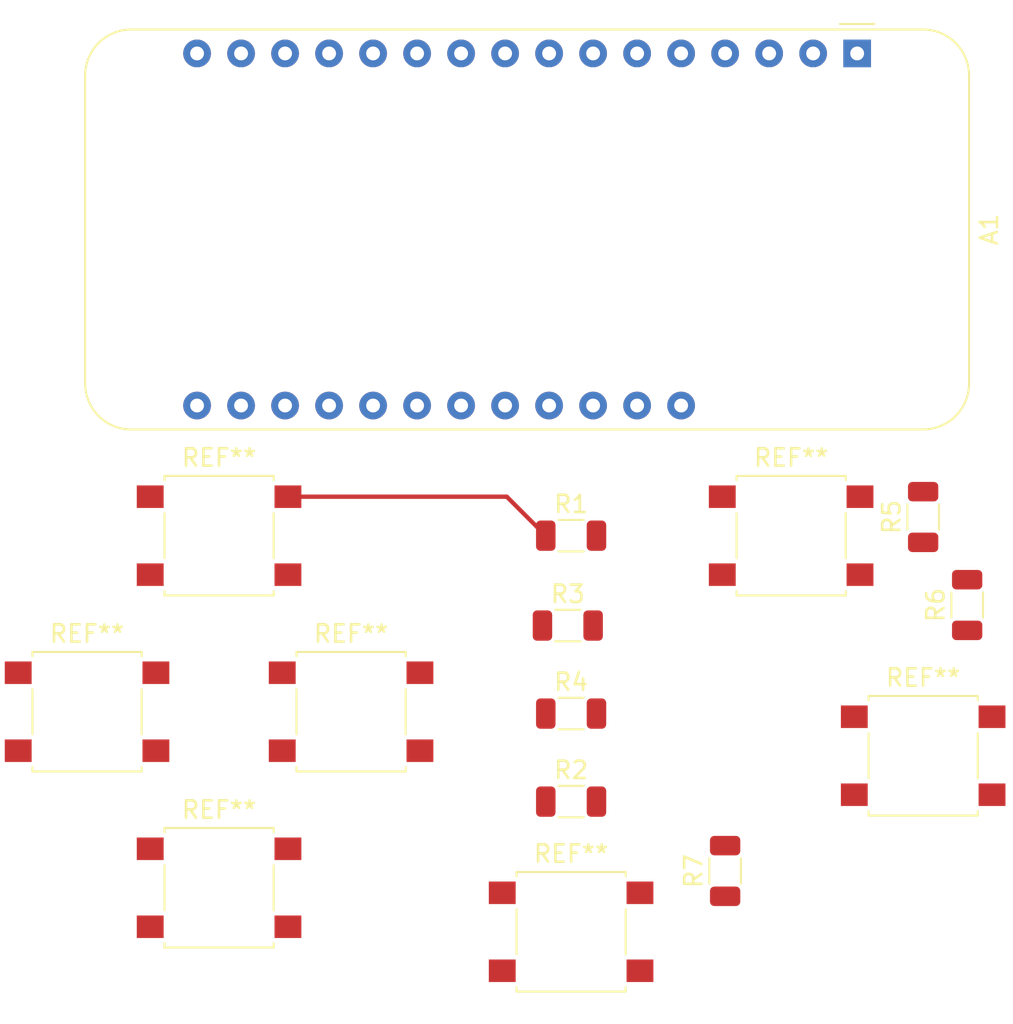
<source format=kicad_pcb>
(kicad_pcb (version 20221018) (generator pcbnew)
  (title_block (title "The GameMan Game Console of Gaming") (date "2023-11-01") (rev "1.0") (company "Portland State University"))
  (layers (0 "F.Cu" signal) (31 "B.Cu" signal) (34 "B.Paste" user) (35 "F.Paste" user) (36 "B.SilkS" user "B.Silkscreen") (37 "F.SilkS" user "F.Silkscreen") (38 "B.Mask" user) (39 "F.Mask" user) (44 "Edge.Cuts" user))
  (net 0 "")
  (net 2 "/3V")
  (footprint "Button_Switch_SMD:SW_SPST_B3S-1000" (layer "F.Cu") (at 72.39 86.2525)
    (fp_text reference "REF**" (at 0 -4.5) (layer "F.SilkS"))
    (fp_text value "Control_DOWN")
    (fp_line (start -3.15 -3.45) (end 3.15 -3.45) (stroke (width 0.12)) (layer "F.SilkS"))
    (fp_line (start -3.15 -3.2) (end -3.15 -3.45) (stroke (width 0.12)) (layer "F.SilkS"))
    (fp_line (start -3.15 1.3) (end -3.15 -1.3) (stroke (width 0.12)) (layer "F.SilkS"))
    (fp_line (start -3.15 3.45) (end -3.15 3.2) (stroke (width 0.12)) (layer "F.SilkS"))
    (fp_line (start 3.15 -3.45) (end 3.15 -3.2) (stroke (width 0.12)) (layer "F.SilkS"))
    (fp_line (start 3.15 -1.3) (end 3.15 1.3) (stroke (width 0.12)) (layer "F.SilkS"))
    (fp_line (start 3.15 3.2) (end 3.15 3.45) (stroke (width 0.12)) (layer "F.SilkS"))
    (fp_line (start 3.15 3.45) (end -3.15 3.45) (stroke (width 0.12)) (layer "F.SilkS"))
    (pad "1" smd rect (at -3.975 -2.25) (size 1.55 1.3) (layers "F.Cu" "F.Paste" "F.Mask"))
    (pad "1" smd rect (at 3.975 -2.25) (size 1.55 1.3) (layers "F.Cu" "F.Paste" "F.Mask"))
    (pad "2" smd rect (at -3.975 2.25) (size 1.55 1.3) (layers "F.Cu" "F.Paste" "F.Mask"))
    (pad "2" smd rect (at 3.975 2.25) (size 1.55 1.3) (layers "F.Cu" "F.Paste" "F.Mask"))
  )
  (footprint "Module:Adafruit_Feather" (layer "F.Cu") (at 109.22 38.1 -90)
    (fp_text reference "A1" (at 10.16 -7.62 90) (layer "F.SilkS"))
    (fp_text value "Adafruit_Feather_HUZZAH32_ESP32")
    (fp_line (start -1.7 1) (end -1.7 -1) (stroke (width 0.12)) (layer "F.SilkS"))
    (fp_line (start -1.38 -3.81) (end -1.38 41.91) (stroke (width 0.12)) (layer "F.SilkS"))
    (fp_line (start 19.05 -6.46) (end 1.27 -6.46) (stroke (width 0.12)) (layer "F.SilkS"))
    (fp_line (start 19.05 44.56) (end 1.27 44.56) (stroke (width 0.12)) (layer "F.SilkS"))
    (fp_line (start 21.7 -3.81) (end 21.7 41.91) (stroke (width 0.12)) (layer "F.SilkS"))
    (fp_arc (start -1.38 -3.81) (mid -0.603833 -5.683833) (end 1.27 -6.46) (stroke (width 0.12)) (layer "F.SilkS"))
    (fp_arc (start 1.27 44.56) (mid -0.603833 43.783833) (end -1.38 41.91) (stroke (width 0.12)) (layer "F.SilkS"))
    (fp_arc (start 19.05 -6.46) (mid 20.923833 -5.683833) (end 21.7 -3.81) (stroke (width 0.12)) (layer "F.SilkS"))
    (fp_arc (start 21.7 41.91) (mid 20.923833 43.783833) (end 19.05 44.56) (stroke (width 0.12)) (layer "F.SilkS"))
    (pad "1" thru_hole rect (at 0 0 90) (size 1.6 1.6) (drill 0.8) (layers "*.Cu" "*.Mask"))
    (pad "2" thru_hole circle (at 0 2.54 90) (size 1.6 1.6) (drill 0.8) (layers "*.Cu" "*.Mask") (net 2 "/3V"))
    (pad "3" thru_hole circle (at 0 5.08 90) (size 1.6 1.6) (drill 0.8) (layers "*.Cu" "*.Mask"))
    (pad "4" thru_hole circle (at 0 7.62 90) (size 1.6 1.6) (drill 0.8) (layers "*.Cu" "*.Mask"))
    (pad "5" thru_hole circle (at 0 10.16 90) (size 1.6 1.6) (drill 0.8) (layers "*.Cu" "*.Mask"))
    (pad "6" thru_hole circle (at 0 12.7 90) (size 1.6 1.6) (drill 0.8) (layers "*.Cu" "*.Mask"))
    (pad "7" thru_hole circle (at 0 15.24 90) (size 1.6 1.6) (drill 0.8) (layers "*.Cu" "*.Mask"))
    (pad "8" thru_hole circle (at 0 17.78 90) (size 1.6 1.6) (drill 0.8) (layers "*.Cu" "*.Mask"))
    (pad "9" thru_hole circle (at 0 20.32 90) (size 1.6 1.6) (drill 0.8) (layers "*.Cu" "*.Mask"))
    (pad "10" thru_hole circle (at 0 22.86 90) (size 1.6 1.6) (drill 0.8) (layers "*.Cu" "*.Mask"))
    (pad "11" thru_hole circle (at 0 25.4 90) (size 1.6 1.6) (drill 0.8) (layers "*.Cu" "*.Mask"))
    (pad "12" thru_hole circle (at 0 27.94 90) (size 1.6 1.6) (drill 0.8) (layers "*.Cu" "*.Mask"))
    (pad "13" thru_hole circle (at 0 30.48 90) (size 1.6 1.6) (drill 0.8) (layers "*.Cu" "*.Mask"))
    (pad "14" thru_hole circle (at 0 33.02 90) (size 1.6 1.6) (drill 0.8) (layers "*.Cu" "*.Mask"))
    (pad "15" thru_hole circle (at 0 35.56 90) (size 1.6 1.6) (drill 0.8) (layers "*.Cu" "*.Mask"))
    (pad "16" thru_hole circle (at 0 38.1 90) (size 1.6 1.6) (drill 0.8) (layers "*.Cu" "*.Mask"))
    (pad "17" thru_hole circle (at 20.32 38.1 90) (size 1.6 1.6) (drill 0.8) (layers "*.Cu" "*.Mask"))
    (pad "18" thru_hole circle (at 20.32 35.56 90) (size 1.6 1.6) (drill 0.8) (layers "*.Cu" "*.Mask"))
    (pad "19" thru_hole circle (at 20.32 33.02 90) (size 1.6 1.6) (drill 0.8) (layers "*.Cu" "*.Mask"))
    (pad "20" thru_hole circle (at 20.32 30.48 90) (size 1.6 1.6) (drill 0.8) (layers "*.Cu" "*.Mask"))
    (pad "21" thru_hole circle (at 20.32 27.94 90) (size 1.6 1.6) (drill 0.8) (layers "*.Cu" "*.Mask"))
    (pad "22" thru_hole circle (at 20.32 25.4 90) (size 1.6 1.6) (drill 0.8) (layers "*.Cu" "*.Mask"))
    (pad "23" thru_hole circle (at 20.32 22.86 90) (size 1.6 1.6) (drill 0.8) (layers "*.Cu" "*.Mask"))
    (pad "24" thru_hole circle (at 20.32 20.32 90) (size 1.6 1.6) (drill 0.8) (layers "*.Cu" "*.Mask"))
    (pad "25" thru_hole circle (at 20.32 17.78 90) (size 1.6 1.6) (drill 0.8) (layers "*.Cu" "*.Mask"))
    (pad "26" thru_hole circle (at 20.32 15.24 90) (size 1.6 1.6) (drill 0.8) (layers "*.Cu" "*.Mask"))
    (pad "27" thru_hole circle (at 20.32 12.7 90) (size 1.6 1.6) (drill 0.8) (layers "*.Cu" "*.Mask"))
    (pad "28" thru_hole circle (at 20.32 10.16 90) (size 1.6 1.6) (drill 0.8) (layers "*.Cu" "*.Mask"))
  )
  (footprint "Resistor_SMD:R_1206_3216Metric" (layer "F.Cu") (at 92.71 81.28)
    (fp_text reference "R2" (at 0 -1.82) (layer "F.SilkS"))
    (fp_text value "PDR")
    (fp_line (start -0.727064 -0.91) (end 0.727064 -0.91) (stroke (width 0.12)) (layer "F.SilkS"))
    (fp_line (start -0.727064 0.91) (end 0.727064 0.91) (stroke (width 0.12)) (layer "F.SilkS"))
    (pad "1" smd roundrect (at -1.4625 0) (size 1.125 1.75) (layers "F.Cu" "F.Paste" "F.Mask") (roundrect_rratio 0.222222))
    (pad "2" smd roundrect (at 1.4625 0) (size 1.125 1.75) (layers "F.Cu" "F.Paste" "F.Mask") (roundrect_rratio 0.222222))
  )
  (footprint "Button_Switch_SMD:SW_SPST_B3S-1000" (layer "F.Cu") (at 92.71 88.7925)
    (fp_text reference "REF**" (at 0 -4.5) (layer "F.SilkS"))
    (fp_text value "Control_HOME")
    (fp_line (start -3.15 -3.45) (end 3.15 -3.45) (stroke (width 0.12)) (layer "F.SilkS"))
    (fp_line (start -3.15 -3.2) (end -3.15 -3.45) (stroke (width 0.12)) (layer "F.SilkS"))
    (fp_line (start -3.15 1.3) (end -3.15 -1.3) (stroke (width 0.12)) (layer "F.SilkS"))
    (fp_line (start -3.15 3.45) (end -3.15 3.2) (stroke (width 0.12)) (layer "F.SilkS"))
    (fp_line (start 3.15 -3.45) (end 3.15 -3.2) (stroke (width 0.12)) (layer "F.SilkS"))
    (fp_line (start 3.15 -1.3) (end 3.15 1.3) (stroke (width 0.12)) (layer "F.SilkS"))
    (fp_line (start 3.15 3.2) (end 3.15 3.45) (stroke (width 0.12)) (layer "F.SilkS"))
    (fp_line (start 3.15 3.45) (end -3.15 3.45) (stroke (width 0.12)) (layer "F.SilkS"))
    (pad "1" smd rect (at -3.975 -2.25) (size 1.55 1.3) (layers "F.Cu" "F.Paste" "F.Mask"))
    (pad "1" smd rect (at 3.975 -2.25) (size 1.55 1.3) (layers "F.Cu" "F.Paste" "F.Mask"))
    (pad "2" smd rect (at -3.975 2.25) (size 1.55 1.3) (layers "F.Cu" "F.Paste" "F.Mask"))
    (pad "2" smd rect (at 3.975 2.25) (size 1.55 1.3) (layers "F.Cu" "F.Paste" "F.Mask"))
  )
  (footprint "Button_Switch_SMD:SW_SPST_B3S-1000" (layer "F.Cu") (at 113.03 78.6325)
    (fp_text reference "REF**" (at 0 -4.5) (layer "F.SilkS"))
    (fp_text value "Control_DENY")
    (fp_line (start -3.15 -3.45) (end 3.15 -3.45) (stroke (width 0.12)) (layer "F.SilkS"))
    (fp_line (start -3.15 -3.2) (end -3.15 -3.45) (stroke (width 0.12)) (layer "F.SilkS"))
    (fp_line (start -3.15 1.3) (end -3.15 -1.3) (stroke (width 0.12)) (layer "F.SilkS"))
    (fp_line (start -3.15 3.45) (end -3.15 3.2) (stroke (width 0.12)) (layer "F.SilkS"))
    (fp_line (start 3.15 -3.45) (end 3.15 -3.2) (stroke (width 0.12)) (layer "F.SilkS"))
    (fp_line (start 3.15 -1.3) (end 3.15 1.3) (stroke (width 0.12)) (layer "F.SilkS"))
    (fp_line (start 3.15 3.2) (end 3.15 3.45) (stroke (width 0.12)) (layer "F.SilkS"))
    (fp_line (start 3.15 3.45) (end -3.15 3.45) (stroke (width 0.12)) (layer "F.SilkS"))
    (pad "1" smd rect (at -3.975 -2.25) (size 1.55 1.3) (layers "F.Cu" "F.Paste" "F.Mask"))
    (pad "1" smd rect (at 3.975 -2.25) (size 1.55 1.3) (layers "F.Cu" "F.Paste" "F.Mask"))
    (pad "2" smd rect (at -3.975 2.25) (size 1.55 1.3) (layers "F.Cu" "F.Paste" "F.Mask"))
    (pad "2" smd rect (at 3.975 2.25) (size 1.55 1.3) (layers "F.Cu" "F.Paste" "F.Mask"))
  )
  (footprint "Button_Switch_SMD:SW_SPST_B3S-1000" (layer "F.Cu") (at 72.39 65.9325)
    (fp_text reference "REF**" (at 0 -4.5) (layer "F.SilkS"))
    (fp_text value "Control_UP")
    (fp_line (start -3.15 -3.45) (end 3.15 -3.45) (stroke (width 0.12)) (layer "F.SilkS"))
    (fp_line (start -3.15 -3.2) (end -3.15 -3.45) (stroke (width 0.12)) (layer "F.SilkS"))
    (fp_line (start -3.15 1.3) (end -3.15 -1.3) (stroke (width 0.12)) (layer "F.SilkS"))
    (fp_line (start -3.15 3.45) (end -3.15 3.2) (stroke (width 0.12)) (layer "F.SilkS"))
    (fp_line (start 3.15 -3.45) (end 3.15 -3.2) (stroke (width 0.12)) (layer "F.SilkS"))
    (fp_line (start 3.15 -1.3) (end 3.15 1.3) (stroke (width 0.12)) (layer "F.SilkS"))
    (fp_line (start 3.15 3.2) (end 3.15 3.45) (stroke (width 0.12)) (layer "F.SilkS"))
    (fp_line (start 3.15 3.45) (end -3.15 3.45) (stroke (width 0.12)) (layer "F.SilkS"))
    (pad "1" smd rect (at -3.975 -2.25) (size 1.55 1.3) (layers "F.Cu" "F.Paste" "F.Mask"))
    (pad "1" smd rect (at 3.975 -2.25) (size 1.55 1.3) (layers "F.Cu" "F.Paste" "F.Mask"))
    (pad "2" smd rect (at -3.975 2.25) (size 1.55 1.3) (layers "F.Cu" "F.Paste" "F.Mask"))
    (pad "2" smd rect (at 3.975 2.25) (size 1.55 1.3) (layers "F.Cu" "F.Paste" "F.Mask"))
  )
  (footprint "Resistor_SMD:R_1206_3216Metric" (layer "F.Cu") (at 92.71 65.9325)
    (fp_text reference "R1" (at 0 -1.82) (layer "F.SilkS"))
    (fp_text value "PDR")
    (fp_line (start -0.727064 -0.91) (end 0.727064 -0.91) (stroke (width 0.12)) (layer "F.SilkS"))
    (fp_line (start -0.727064 0.91) (end 0.727064 0.91) (stroke (width 0.12)) (layer "F.SilkS"))
    (pad "1" smd roundrect (at -1.4625 0) (size 1.125 1.75) (layers "F.Cu" "F.Paste" "F.Mask") (roundrect_rratio 0.222222))
    (pad "2" smd roundrect (at 1.4625 0) (size 1.125 1.75) (layers "F.Cu" "F.Paste" "F.Mask") (roundrect_rratio 0.222222))
  )
  (footprint "Resistor_SMD:R_1206_3216Metric" (layer "F.Cu") (at 101.6 85.2825 90)
    (fp_text reference "R7" (at 0 -1.82 90) (layer "F.SilkS"))
    (fp_text value "PDR")
    (fp_line (start -0.727064 -0.91) (end 0.727064 -0.91) (stroke (width 0.12)) (layer "F.SilkS"))
    (fp_line (start -0.727064 0.91) (end 0.727064 0.91) (stroke (width 0.12)) (layer "F.SilkS"))
    (pad "1" smd roundrect (at -1.4625 0 90) (size 1.125 1.75) (layers "F.Cu" "F.Paste" "F.Mask") (roundrect_rratio 0.222222))
    (pad "2" smd roundrect (at 1.4625 0 90) (size 1.125 1.75) (layers "F.Cu" "F.Paste" "F.Mask") (roundrect_rratio 0.222222))
  )
  (footprint "Resistor_SMD:R_1206_3216Metric" (layer "F.Cu") (at 115.57 69.935 90)
    (fp_text reference "R6" (at 0 -1.82 90) (layer "F.SilkS"))
    (fp_text value "PDR")
    (fp_line (start -0.727064 -0.91) (end 0.727064 -0.91) (stroke (width 0.12)) (layer "F.SilkS"))
    (fp_line (start -0.727064 0.91) (end 0.727064 0.91) (stroke (width 0.12)) (layer "F.SilkS"))
    (pad "1" smd roundrect (at -1.4625 0 90) (size 1.125 1.75) (layers "F.Cu" "F.Paste" "F.Mask") (roundrect_rratio 0.222222))
    (pad "2" smd roundrect (at 1.4625 0 90) (size 1.125 1.75) (layers "F.Cu" "F.Paste" "F.Mask") (roundrect_rratio 0.222222))
  )
  (footprint "Resistor_SMD:R_1206_3216Metric" (layer "F.Cu") (at 92.71 76.2)
    (fp_text reference "R4" (at 0 -1.82) (layer "F.SilkS"))
    (fp_text value "PDR")
    (fp_line (start -0.727064 -0.91) (end 0.727064 -0.91) (stroke (width 0.12)) (layer "F.SilkS"))
    (fp_line (start -0.727064 0.91) (end 0.727064 0.91) (stroke (width 0.12)) (layer "F.SilkS"))
    (pad "1" smd roundrect (at -1.4625 0) (size 1.125 1.75) (layers "F.Cu" "F.Paste" "F.Mask") (roundrect_rratio 0.222222))
    (pad "2" smd roundrect (at 1.4625 0) (size 1.125 1.75) (layers "F.Cu" "F.Paste" "F.Mask") (roundrect_rratio 0.222222))
  )
  (footprint "Resistor_SMD:R_1206_3216Metric" (layer "F.Cu") (at 92.5175 71.12)
    (fp_text reference "R3" (at 0 -1.82) (layer "F.SilkS"))
    (fp_text value "PDR")
    (fp_line (start -0.727064 -0.91) (end 0.727064 -0.91) (stroke (width 0.12)) (layer "F.SilkS"))
    (fp_line (start -0.727064 0.91) (end 0.727064 0.91) (stroke (width 0.12)) (layer "F.SilkS"))
    (pad "1" smd roundrect (at -1.4625 0) (size 1.125 1.75) (layers "F.Cu" "F.Paste" "F.Mask") (roundrect_rratio 0.222222))
    (pad "2" smd roundrect (at 1.4625 0) (size 1.125 1.75) (layers "F.Cu" "F.Paste" "F.Mask") (roundrect_rratio 0.222222))
  )
  (footprint "Button_Switch_SMD:SW_SPST_B3S-1000" (layer "F.Cu") (at 80.01 76.0925)
    (fp_text reference "REF**" (at 0 -4.5) (layer "F.SilkS"))
    (fp_text value "Control_RIGHT")
    (fp_line (start -3.15 -3.45) (end 3.15 -3.45) (stroke (width 0.12)) (layer "F.SilkS"))
    (fp_line (start -3.15 -3.2) (end -3.15 -3.45) (stroke (width 0.12)) (layer "F.SilkS"))
    (fp_line (start -3.15 1.3) (end -3.15 -1.3) (stroke (width 0.12)) (layer "F.SilkS"))
    (fp_line (start -3.15 3.45) (end -3.15 3.2) (stroke (width 0.12)) (layer "F.SilkS"))
    (fp_line (start 3.15 -3.45) (end 3.15 -3.2) (stroke (width 0.12)) (layer "F.SilkS"))
    (fp_line (start 3.15 -1.3) (end 3.15 1.3) (stroke (width 0.12)) (layer "F.SilkS"))
    (fp_line (start 3.15 3.2) (end 3.15 3.45) (stroke (width 0.12)) (layer "F.SilkS"))
    (fp_line (start 3.15 3.45) (end -3.15 3.45) (stroke (width 0.12)) (layer "F.SilkS"))
    (pad "1" smd rect (at -3.975 -2.25) (size 1.55 1.3) (layers "F.Cu" "F.Paste" "F.Mask"))
    (pad "1" smd rect (at 3.975 -2.25) (size 1.55 1.3) (layers "F.Cu" "F.Paste" "F.Mask"))
    (pad "2" smd rect (at -3.975 2.25) (size 1.55 1.3) (layers "F.Cu" "F.Paste" "F.Mask"))
    (pad "2" smd rect (at 3.975 2.25) (size 1.55 1.3) (layers "F.Cu" "F.Paste" "F.Mask"))
  )
  (footprint "Button_Switch_SMD:SW_SPST_B3S-1000" (layer "F.Cu") (at 64.77 76.0925)
    (fp_text reference "REF**" (at 0 -4.5) (layer "F.SilkS"))
    (fp_text value "Control_LEFT")
    (fp_line (start -3.15 -3.45) (end 3.15 -3.45) (stroke (width 0.12)) (layer "F.SilkS"))
    (fp_line (start -3.15 -3.2) (end -3.15 -3.45) (stroke (width 0.12)) (layer "F.SilkS"))
    (fp_line (start -3.15 1.3) (end -3.15 -1.3) (stroke (width 0.12)) (layer "F.SilkS"))
    (fp_line (start -3.15 3.45) (end -3.15 3.2) (stroke (width 0.12)) (layer "F.SilkS"))
    (fp_line (start 3.15 -3.45) (end 3.15 -3.2) (stroke (width 0.12)) (layer "F.SilkS"))
    (fp_line (start 3.15 -1.3) (end 3.15 1.3) (stroke (width 0.12)) (layer "F.SilkS"))
    (fp_line (start 3.15 3.2) (end 3.15 3.45) (stroke (width 0.12)) (layer "F.SilkS"))
    (fp_line (start 3.15 3.45) (end -3.15 3.45) (stroke (width 0.12)) (layer "F.SilkS"))
    (pad "1" smd rect (at -3.975 -2.25) (size 1.55 1.3) (layers "F.Cu" "F.Paste" "F.Mask"))
    (pad "1" smd rect (at 3.975 -2.25) (size 1.55 1.3) (layers "F.Cu" "F.Paste" "F.Mask"))
    (pad "2" smd rect (at -3.975 2.25) (size 1.55 1.3) (layers "F.Cu" "F.Paste" "F.Mask"))
    (pad "2" smd rect (at 3.975 2.25) (size 1.55 1.3) (layers "F.Cu" "F.Paste" "F.Mask"))
  )
  (footprint "Resistor_SMD:R_1206_3216Metric" (layer "F.Cu") (at 113.03 64.855 90)
    (fp_text reference "R5" (at 0 -1.82 90) (layer "F.SilkS"))
    (fp_text value "PDR")
    (fp_line (start -0.727064 -0.91) (end 0.727064 -0.91) (stroke (width 0.12)) (layer "F.SilkS"))
    (fp_line (start -0.727064 0.91) (end 0.727064 0.91) (stroke (width 0.12)) (layer "F.SilkS"))
    (pad "1" smd roundrect (at -1.4625 0 90) (size 1.125 1.75) (layers "F.Cu" "F.Paste" "F.Mask") (roundrect_rratio 0.222222))
    (pad "2" smd roundrect (at 1.4625 0 90) (size 1.125 1.75) (layers "F.Cu" "F.Paste" "F.Mask") (roundrect_rratio 0.222222))
  )
  (footprint "Button_Switch_SMD:SW_SPST_B3S-1000" (layer "F.Cu") (at 105.41 65.9325)
    (fp_text reference "REF**" (at 0 -4.5) (layer "F.SilkS"))
    (fp_text value "Control_CONFIRM")
    (fp_line (start -3.15 -3.45) (end 3.15 -3.45) (stroke (width 0.12)) (layer "F.SilkS"))
    (fp_line (start -3.15 -3.2) (end -3.15 -3.45) (stroke (width 0.12)) (layer "F.SilkS"))
    (fp_line (start -3.15 1.3) (end -3.15 -1.3) (stroke (width 0.12)) (layer "F.SilkS"))
    (fp_line (start -3.15 3.45) (end -3.15 3.2) (stroke (width 0.12)) (layer "F.SilkS"))
    (fp_line (start 3.15 -3.45) (end 3.15 -3.2) (stroke (width 0.12)) (layer "F.SilkS"))
    (fp_line (start 3.15 -1.3) (end 3.15 1.3) (stroke (width 0.12)) (layer "F.SilkS"))
    (fp_line (start 3.15 3.2) (end 3.15 3.45) (stroke (width 0.12)) (layer "F.SilkS"))
    (fp_line (start 3.15 3.45) (end -3.15 3.45) (stroke (width 0.12)) (layer "F.SilkS"))
    (pad "1" smd rect (at -3.975 -2.25) (size 1.55 1.3) (layers "F.Cu" "F.Paste" "F.Mask"))
    (pad "1" smd rect (at 3.975 -2.25) (size 1.55 1.3) (layers "F.Cu" "F.Paste" "F.Mask"))
    (pad "2" smd rect (at -3.975 2.25) (size 1.55 1.3) (layers "F.Cu" "F.Paste" "F.Mask"))
    (pad "2" smd rect (at 3.975 2.25) (size 1.55 1.3) (layers "F.Cu" "F.Paste" "F.Mask"))
  )
  (segment (start 117.005 76.3825) (end 117.005 72.8325) (width 0) (layer "F.Cu") (net 0))
  (segment (start 68.745 73.8425) (end 70.9375 73.8425) (width 0) (layer "F.Cu") (net 0))
  (segment (start 110.395 63.6825) (end 113.03 66.3175) (width 0) (layer "F.Cu") (net 0))
  (segment (start 117.005 72.8325) (end 115.57 71.3975) (width 0) (layer "F.Cu") (net 0))
  (segment (start 70.9375 73.8425) (end 73.66 71.12) (width 0) (layer "F.Cu") (net 0))
  (segment (start 88.9975 63.6825) (end 91.2475 65.9325) (width 0.25) (layer "F.Cu") (net 0))
  (segment (start 76.365 84.0025) (end 88.525 84.0025) (width 0) (layer "F.Cu") (net 0))
  (segment (start 109.385 63.6825) (end 110.395 63.6825) (width 0) (layer "F.Cu") (net 0))
  (segment (start 96.685 86.5425) (end 101.1175 86.5425) (width 0) (layer "F.Cu") (net 0))
  (segment (start 73.66 71.12) (end 91.055 71.12) (width 0) (layer "F.Cu") (net 0))
  (segment (start 88.525 84.0025) (end 91.2475 81.28) (width 0) (layer "F.Cu") (net 0))
  (segment (start 83.985 73.8425) (end 88.89 73.8425) (width 0) (layer "F.Cu") (net 0))
  (segment (start 101.1175 86.5425) (end 101.4075 86.2525) (width 0) (layer "F.Cu") (net 0))
  (segment (start 88.89 73.8425) (end 91.2475 76.2) (width 0) (layer "F.Cu") (net 0))
  (segment (start 76.365 63.6825) (end 88.9975 63.6825) (width 0.25) (layer "F.Cu") (net 0))
)
</source>
